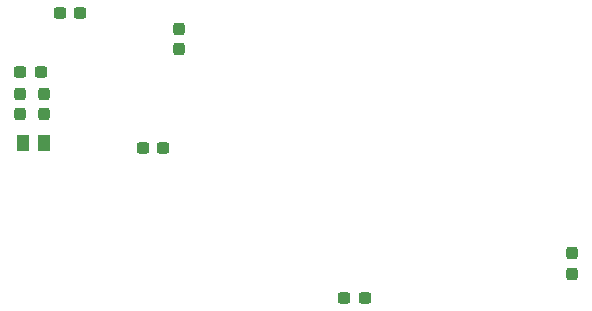
<source format=gbp>
G04 #@! TF.GenerationSoftware,KiCad,Pcbnew,7.0.2-6a45011f42~172~ubuntu20.04.1*
G04 #@! TF.CreationDate,2023-05-04T18:05:18+02:00*
G04 #@! TF.ProjectId,EPS,4550532e-6b69-4636-9164-5f7063625858,v1.0.1*
G04 #@! TF.SameCoordinates,Original*
G04 #@! TF.FileFunction,Paste,Bot*
G04 #@! TF.FilePolarity,Positive*
%FSLAX46Y46*%
G04 Gerber Fmt 4.6, Leading zero omitted, Abs format (unit mm)*
G04 Created by KiCad (PCBNEW 7.0.2-6a45011f42~172~ubuntu20.04.1) date 2023-05-04 18:05:18*
%MOMM*%
%LPD*%
G01*
G04 APERTURE LIST*
G04 Aperture macros list*
%AMRoundRect*
0 Rectangle with rounded corners*
0 $1 Rounding radius*
0 $2 $3 $4 $5 $6 $7 $8 $9 X,Y pos of 4 corners*
0 Add a 4 corners polygon primitive as box body*
4,1,4,$2,$3,$4,$5,$6,$7,$8,$9,$2,$3,0*
0 Add four circle primitives for the rounded corners*
1,1,$1+$1,$2,$3*
1,1,$1+$1,$4,$5*
1,1,$1+$1,$6,$7*
1,1,$1+$1,$8,$9*
0 Add four rect primitives between the rounded corners*
20,1,$1+$1,$2,$3,$4,$5,0*
20,1,$1+$1,$4,$5,$6,$7,0*
20,1,$1+$1,$6,$7,$8,$9,0*
20,1,$1+$1,$8,$9,$2,$3,0*%
G04 Aperture macros list end*
%ADD10RoundRect,0.237500X0.300000X0.237500X-0.300000X0.237500X-0.300000X-0.237500X0.300000X-0.237500X0*%
%ADD11RoundRect,0.237500X0.237500X-0.300000X0.237500X0.300000X-0.237500X0.300000X-0.237500X-0.300000X0*%
%ADD12RoundRect,0.237500X-0.300000X-0.237500X0.300000X-0.237500X0.300000X0.237500X-0.300000X0.237500X0*%
%ADD13RoundRect,0.237500X-0.237500X0.300000X-0.237500X-0.300000X0.237500X-0.300000X0.237500X0.300000X0*%
%ADD14R,1.000000X1.400000*%
G04 APERTURE END LIST*
D10*
X131785800Y-88366600D03*
X130060800Y-88366600D03*
X148854600Y-101066600D03*
X147129600Y-101066600D03*
D11*
X166407100Y-99008100D03*
X166407100Y-97283100D03*
X119696500Y-85520700D03*
X119696500Y-83795700D03*
D12*
X123053400Y-76946800D03*
X124778400Y-76946800D03*
D13*
X133133100Y-78283900D03*
X133133100Y-80008900D03*
D14*
X119897100Y-87985600D03*
X121697100Y-87985600D03*
D11*
X121703100Y-85520700D03*
X121703100Y-83795700D03*
D10*
X121422600Y-81915000D03*
X119697600Y-81915000D03*
M02*

</source>
